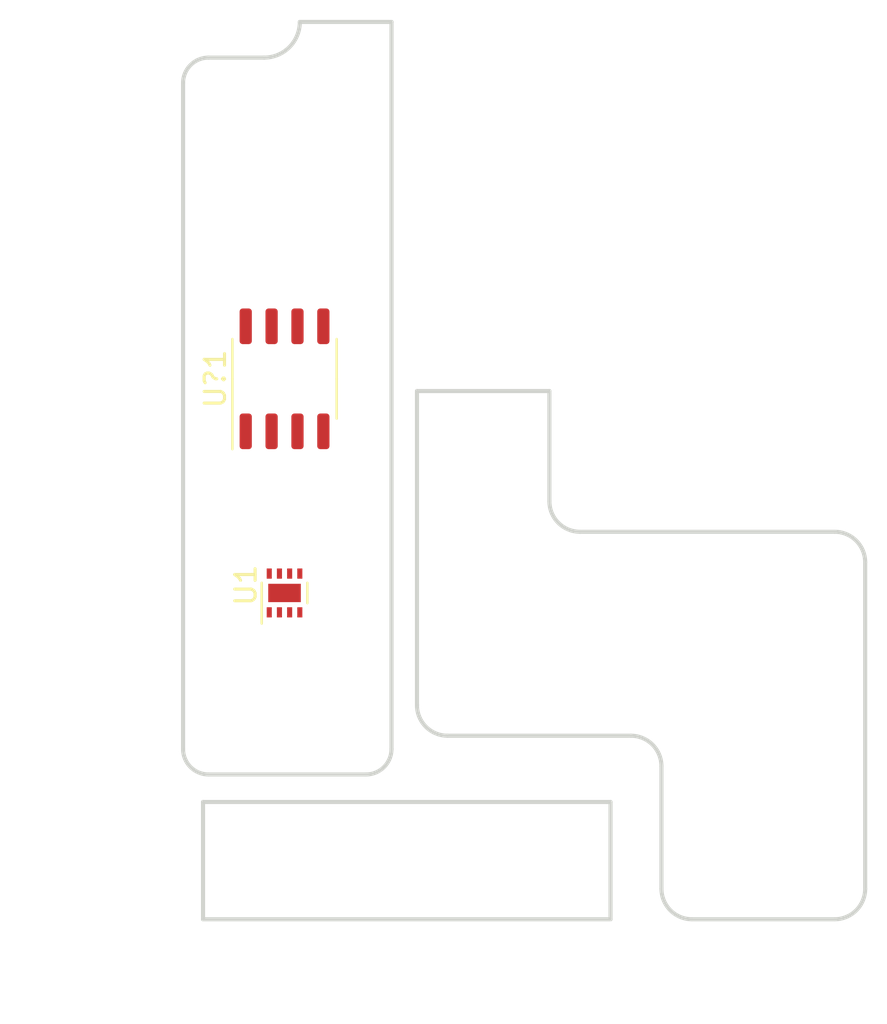
<source format=kicad_pcb>
(kicad_pcb (version 20171130) (host pcbnew "(5.1.9)-1")

  (general
    (thickness 0.8)
    (drawings 29)
    (tracks 0)
    (zones 0)
    (modules 2)
    (nets 17)
  )

  (page A4)
  (layers
    (0 F.Cu signal)
    (31 B.Cu signal)
    (32 B.Adhes user)
    (33 F.Adhes user)
    (34 B.Paste user)
    (35 F.Paste user)
    (36 B.SilkS user)
    (37 F.SilkS user)
    (38 B.Mask user)
    (39 F.Mask user)
    (40 Dwgs.User user)
    (41 Cmts.User user)
    (42 Eco1.User user)
    (43 Eco2.User user)
    (44 Edge.Cuts user)
    (45 Margin user)
    (46 B.CrtYd user)
    (47 F.CrtYd user)
    (48 B.Fab user)
    (49 F.Fab user)
  )

  (setup
    (last_trace_width 0.25)
    (trace_clearance 0.2)
    (zone_clearance 0.508)
    (zone_45_only no)
    (trace_min 0.2)
    (via_size 0.8)
    (via_drill 0.4)
    (via_min_size 0.4)
    (via_min_drill 0.3)
    (uvia_size 0.3)
    (uvia_drill 0.1)
    (uvias_allowed no)
    (uvia_min_size 0.2)
    (uvia_min_drill 0.1)
    (edge_width 0.05)
    (segment_width 0.2)
    (pcb_text_width 0.3)
    (pcb_text_size 1.5 1.5)
    (mod_edge_width 0.12)
    (mod_text_size 1 1)
    (mod_text_width 0.15)
    (pad_size 1.524 1.524)
    (pad_drill 0.762)
    (pad_to_mask_clearance 0)
    (aux_axis_origin 0 0)
    (visible_elements FFFFFF7F)
    (pcbplotparams
      (layerselection 0x010fc_ffffffff)
      (usegerberextensions false)
      (usegerberattributes true)
      (usegerberadvancedattributes true)
      (creategerberjobfile true)
      (excludeedgelayer true)
      (linewidth 0.100000)
      (plotframeref false)
      (viasonmask false)
      (mode 1)
      (useauxorigin false)
      (hpglpennumber 1)
      (hpglpenspeed 20)
      (hpglpendiameter 15.000000)
      (psnegative false)
      (psa4output false)
      (plotreference true)
      (plotvalue true)
      (plotinvisibletext false)
      (padsonsilk false)
      (subtractmaskfromsilk false)
      (outputformat 1)
      (mirror false)
      (drillshape 1)
      (scaleselection 1)
      (outputdirectory ""))
  )

  (net 0 "")
  (net 1 "Net-(U1-Pad3)")
  (net 2 "Net-(U1-Pad7)")
  (net 3 "Net-(U1-Pad8)")
  (net 4 "Net-(U1-Pad4)")
  (net 5 "Net-(U1-Pad1)")
  (net 6 "Net-(U1-Pad2)")
  (net 7 "Net-(U1-Pad5)")
  (net 8 "Net-(U1-Pad6)")
  (net 9 "Net-(U?1-Pad1)")
  (net 10 "Net-(U?1-Pad2)")
  (net 11 "Net-(U?1-Pad3)")
  (net 12 "Net-(U?1-Pad4)")
  (net 13 "Net-(U?1-Pad5)")
  (net 14 "Net-(U?1-Pad6)")
  (net 15 "Net-(U?1-Pad7)")
  (net 16 "Net-(U?1-Pad8)")

  (net_class Default "This is the default net class."
    (clearance 0.2)
    (trace_width 0.25)
    (via_dia 0.8)
    (via_drill 0.4)
    (uvia_dia 0.3)
    (uvia_drill 0.1)
    (add_net "Net-(U1-Pad1)")
    (add_net "Net-(U1-Pad2)")
    (add_net "Net-(U1-Pad3)")
    (add_net "Net-(U1-Pad4)")
    (add_net "Net-(U1-Pad5)")
    (add_net "Net-(U1-Pad6)")
    (add_net "Net-(U1-Pad7)")
    (add_net "Net-(U1-Pad8)")
    (add_net "Net-(U?1-Pad1)")
    (add_net "Net-(U?1-Pad2)")
    (add_net "Net-(U?1-Pad3)")
    (add_net "Net-(U?1-Pad4)")
    (add_net "Net-(U?1-Pad5)")
    (add_net "Net-(U?1-Pad6)")
    (add_net "Net-(U?1-Pad7)")
    (add_net "Net-(U?1-Pad8)")
  )

  (module Package_SON:WSON-8-1EP_2x2mm_P0.5mm_EP0.9x1.6mm (layer F.Cu) (tedit 5A65F6A7) (tstamp 606788E5)
    (at 29 49 90)
    (descr "8-Lead Plastic WSON, 2x2mm Body, 0.5mm Pitch, WSON-8, http://www.ti.com/lit/ds/symlink/lm27761.pdf")
    (tags "WSON 8 1EP")
    (path /6067814C)
    (attr smd)
    (fp_text reference U1 (at 0.38 -1.9 90) (layer F.SilkS)
      (effects (font (size 1 1) (thickness 0.15)))
    )
    (fp_text value DRV8837C (at 0.01 2.14 90) (layer F.Fab)
      (effects (font (size 1 1) (thickness 0.15)))
    )
    (fp_line (start -1.5 -1.12) (end 0.5 -1.12) (layer F.SilkS) (width 0.12))
    (fp_line (start 0.5 1.12) (end -0.5 1.12) (layer F.SilkS) (width 0.12))
    (fp_line (start -1.6 1.25) (end 1.6 1.25) (layer F.CrtYd) (width 0.05))
    (fp_line (start -1.6 -1.25) (end 1.6 -1.25) (layer F.CrtYd) (width 0.05))
    (fp_line (start 1.6 -1.25) (end 1.6 1.25) (layer F.CrtYd) (width 0.05))
    (fp_line (start -1.6 -1.25) (end -1.6 1.25) (layer F.CrtYd) (width 0.05))
    (fp_line (start -0.5 -1) (end 1 -1) (layer F.Fab) (width 0.1))
    (fp_line (start 1 -1) (end 1 1) (layer F.Fab) (width 0.1))
    (fp_line (start 1 1) (end -1 1) (layer F.Fab) (width 0.1))
    (fp_line (start -1 1) (end -1 -0.5) (layer F.Fab) (width 0.1))
    (fp_line (start -0.5 -1) (end -1 -0.5) (layer F.Fab) (width 0.1))
    (fp_text user %R (at -0.05 0 90) (layer F.Fab)
      (effects (font (size 0.7 0.7) (thickness 0.1)))
    )
    (pad 3 smd rect (at -0.95 0.25 90) (size 0.5 0.25) (layers F.Cu F.Paste F.Mask)
      (net 1 "Net-(U1-Pad3)"))
    (pad 7 smd rect (at 0.95 -0.25 90) (size 0.5 0.25) (layers F.Cu F.Paste F.Mask)
      (net 2 "Net-(U1-Pad7)"))
    (pad 8 smd rect (at 0.95 -0.75 90) (size 0.5 0.25) (layers F.Cu F.Paste F.Mask)
      (net 3 "Net-(U1-Pad8)"))
    (pad 9 smd rect (at 0 0 90) (size 0.9 1.6) (layers F.Cu F.Mask)
      (net 4 "Net-(U1-Pad4)"))
    (pad 1 smd rect (at -0.95 -0.75 90) (size 0.5 0.25) (layers F.Cu F.Paste F.Mask)
      (net 5 "Net-(U1-Pad1)"))
    (pad 2 smd rect (at -0.95 -0.25 90) (size 0.5 0.25) (layers F.Cu F.Paste F.Mask)
      (net 6 "Net-(U1-Pad2)"))
    (pad 4 smd rect (at -0.95 0.75 90) (size 0.5 0.25) (layers F.Cu F.Paste F.Mask)
      (net 4 "Net-(U1-Pad4)"))
    (pad 5 smd rect (at 0.95 0.75 90) (size 0.5 0.25) (layers F.Cu F.Paste F.Mask)
      (net 7 "Net-(U1-Pad5)"))
    (pad 6 smd rect (at 0.95 0.25 90) (size 0.5 0.25) (layers F.Cu F.Paste F.Mask)
      (net 8 "Net-(U1-Pad6)"))
    (pad "" smd rect (at 0 0.4 90) (size 0.75 0.65) (layers F.Paste))
    (pad "" smd rect (at 0 -0.4 90) (size 0.75 0.65) (layers F.Paste))
    (model ${KISYS3DMOD}/Package_SON.3dshapes/WSON-8-1EP_2x2mm_P0.5mm_EP0.9x1.6mm.wrl
      (at (xyz 0 0 0))
      (scale (xyz 1 1 1))
      (rotate (xyz 0 0 0))
    )
  )

  (module Package_SO:SO-8_3.9x4.9mm_P1.27mm (layer F.Cu) (tedit 5D9F72B1) (tstamp 60678967)
    (at 29 38.5 90)
    (descr "SO, 8 Pin (https://www.nxp.com/docs/en/data-sheet/PCF8523.pdf), generated with kicad-footprint-generator ipc_gullwing_generator.py")
    (tags "SO SO")
    (path /6067B27A)
    (attr smd)
    (fp_text reference U?1 (at 0 -3.4 90) (layer F.SilkS)
      (effects (font (size 1 1) (thickness 0.15)))
    )
    (fp_text value STM32G030J6M6 (at 0 3.4 90) (layer F.Fab)
      (effects (font (size 1 1) (thickness 0.15)))
    )
    (fp_line (start 3.7 -2.7) (end -3.7 -2.7) (layer F.CrtYd) (width 0.05))
    (fp_line (start 3.7 2.7) (end 3.7 -2.7) (layer F.CrtYd) (width 0.05))
    (fp_line (start -3.7 2.7) (end 3.7 2.7) (layer F.CrtYd) (width 0.05))
    (fp_line (start -3.7 -2.7) (end -3.7 2.7) (layer F.CrtYd) (width 0.05))
    (fp_line (start -1.95 -1.475) (end -0.975 -2.45) (layer F.Fab) (width 0.1))
    (fp_line (start -1.95 2.45) (end -1.95 -1.475) (layer F.Fab) (width 0.1))
    (fp_line (start 1.95 2.45) (end -1.95 2.45) (layer F.Fab) (width 0.1))
    (fp_line (start 1.95 -2.45) (end 1.95 2.45) (layer F.Fab) (width 0.1))
    (fp_line (start -0.975 -2.45) (end 1.95 -2.45) (layer F.Fab) (width 0.1))
    (fp_line (start 0 -2.56) (end -3.45 -2.56) (layer F.SilkS) (width 0.12))
    (fp_line (start 0 -2.56) (end 1.95 -2.56) (layer F.SilkS) (width 0.12))
    (fp_line (start 0 2.56) (end -1.95 2.56) (layer F.SilkS) (width 0.12))
    (fp_line (start 0 2.56) (end 1.95 2.56) (layer F.SilkS) (width 0.12))
    (fp_text user %R (at 0 0 90) (layer F.Fab)
      (effects (font (size 0.98 0.98) (thickness 0.15)))
    )
    (pad 1 smd roundrect (at -2.575 -1.905 90) (size 1.75 0.6) (layers F.Cu F.Paste F.Mask) (roundrect_rratio 0.25)
      (net 9 "Net-(U?1-Pad1)"))
    (pad 2 smd roundrect (at -2.575 -0.635 90) (size 1.75 0.6) (layers F.Cu F.Paste F.Mask) (roundrect_rratio 0.25)
      (net 10 "Net-(U?1-Pad2)"))
    (pad 3 smd roundrect (at -2.575 0.635 90) (size 1.75 0.6) (layers F.Cu F.Paste F.Mask) (roundrect_rratio 0.25)
      (net 11 "Net-(U?1-Pad3)"))
    (pad 4 smd roundrect (at -2.575 1.905 90) (size 1.75 0.6) (layers F.Cu F.Paste F.Mask) (roundrect_rratio 0.25)
      (net 12 "Net-(U?1-Pad4)"))
    (pad 5 smd roundrect (at 2.575 1.905 90) (size 1.75 0.6) (layers F.Cu F.Paste F.Mask) (roundrect_rratio 0.25)
      (net 13 "Net-(U?1-Pad5)"))
    (pad 6 smd roundrect (at 2.575 0.635 90) (size 1.75 0.6) (layers F.Cu F.Paste F.Mask) (roundrect_rratio 0.25)
      (net 14 "Net-(U?1-Pad6)"))
    (pad 7 smd roundrect (at 2.575 -0.635 90) (size 1.75 0.6) (layers F.Cu F.Paste F.Mask) (roundrect_rratio 0.25)
      (net 15 "Net-(U?1-Pad7)"))
    (pad 8 smd roundrect (at 2.575 -1.905 90) (size 1.75 0.6) (layers F.Cu F.Paste F.Mask) (roundrect_rratio 0.25)
      (net 16 "Net-(U?1-Pad8)"))
    (model ${KISYS3DMOD}/Package_SO.3dshapes/SO-8_3.9x4.9mm_P1.27mm.wrl
      (at (xyz 0 0 0))
      (scale (xyz 1 1 1))
      (rotate (xyz 0 0 0))
    )
  )

  (dimension 45 (width 0.15) (layer Dwgs.User)
    (gr_text "45.000 mm" (at 18.7 42.5 90) (layer Dwgs.User)
      (effects (font (size 1 1) (thickness 0.15)))
    )
    (feature1 (pts (xy 20.5 20) (xy 19.413579 20)))
    (feature2 (pts (xy 20.5 65) (xy 19.413579 65)))
    (crossbar (pts (xy 20 65) (xy 20 20)))
    (arrow1a (pts (xy 20 20) (xy 20.586421 21.126504)))
    (arrow1b (pts (xy 20 20) (xy 19.413579 21.126504)))
    (arrow2a (pts (xy 20 65) (xy 20.586421 63.873496)))
    (arrow2b (pts (xy 20 65) (xy 19.413579 63.873496)))
  )
  (dimension 34.5 (width 0.15) (layer Dwgs.User)
    (gr_text "34.500 mm" (at 41.25 68.2) (layer Dwgs.User)
      (effects (font (size 1 1) (thickness 0.15)))
    )
    (feature1 (pts (xy 58.5 70) (xy 58.5 68.913579)))
    (feature2 (pts (xy 24 70) (xy 24 68.913579)))
    (crossbar (pts (xy 24 69.5) (xy 58.5 69.5)))
    (arrow1a (pts (xy 58.5 69.5) (xy 57.373496 70.086421)))
    (arrow1b (pts (xy 58.5 69.5) (xy 57.373496 68.913579)))
    (arrow2a (pts (xy 24 69.5) (xy 25.126504 70.086421)))
    (arrow2b (pts (xy 24 69.5) (xy 25.126504 68.913579)))
  )
  (gr_arc (start 25.27 24) (end 25.27 22.750001) (angle -90) (layer Edge.Cuts) (width 0.2))
  (gr_arc (start 25.27 56.65) (end 24.020001 56.65) (angle -90) (layer Edge.Cuts) (width 0.2))
  (gr_line (start 34.25 56.65) (end 34.25 21) (layer Edge.Cuts) (width 0.2))
  (gr_line (start 34.25 21) (end 29.75 21) (layer Edge.Cuts) (width 0.2))
  (gr_line (start 28 22.75) (end 25.27 22.75) (layer Edge.Cuts) (width 0.2))
  (gr_arc (start 33 56.65) (end 33 57.899999) (angle -90) (layer Edge.Cuts) (width 0.2))
  (gr_line (start 24.02 24) (end 24.02 56.65) (layer Edge.Cuts) (width 0.2))
  (gr_line (start 25.27 57.9) (end 33 57.9) (layer Edge.Cuts) (width 0.2))
  (gr_arc (start 28 21) (end 28 22.750001) (angle -90) (layer Edge.Cuts) (width 0.2))
  (gr_arc (start 56 63.5) (end 56 65) (angle -90) (layer Edge.Cuts) (width 0.2))
  (gr_line (start 42 39.1) (end 35.5 39.1) (layer Edge.Cuts) (width 0.2))
  (gr_line (start 49 65) (end 56 65) (layer Edge.Cuts) (width 0.2))
  (gr_line (start 37 56) (end 46 56) (layer Edge.Cuts) (width 0.2))
  (gr_line (start 35.5 39.1) (end 35.5 54.5) (layer Edge.Cuts) (width 0.2))
  (gr_arc (start 37 54.5) (end 35.5 54.5) (angle -90) (layer Edge.Cuts) (width 0.2))
  (gr_arc (start 49 63.5) (end 47.499999 63.5) (angle -90) (layer Edge.Cuts) (width 0.2))
  (gr_arc (start 56 47.5) (end 57.5 47.5) (angle -90) (layer Edge.Cuts) (width 0.2))
  (gr_line (start 56 46) (end 43.5 46) (layer Edge.Cuts) (width 0.2))
  (gr_line (start 57.5 63.5) (end 57.5 47.5) (layer Edge.Cuts) (width 0.2))
  (gr_arc (start 46 57.5) (end 47.5 57.5) (angle -90) (layer Edge.Cuts) (width 0.2))
  (gr_arc (start 43.5 44.5) (end 41.999999 44.5) (angle -90) (layer Edge.Cuts) (width 0.2))
  (gr_line (start 42 44.5) (end 42 39.1) (layer Edge.Cuts) (width 0.2))
  (gr_line (start 47.5 57.5) (end 47.5 63.5) (layer Edge.Cuts) (width 0.2))
  (gr_line (start 25 59.25) (end 25 65) (layer Edge.Cuts) (width 0.2))
  (gr_line (start 45 59.25) (end 25 59.25) (layer Edge.Cuts) (width 0.2))
  (gr_line (start 45 65) (end 45 59.25) (layer Edge.Cuts) (width 0.2))
  (gr_line (start 25 65) (end 45 65) (layer Edge.Cuts) (width 0.2))

)

</source>
